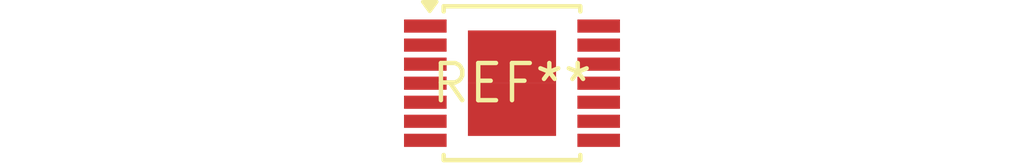
<source format=kicad_pcb>
(kicad_pcb (version 20240108) (generator pcbnew)
  (layers (0 "F.Cu" signal) (31 "B.Cu" signal) (34 "B.Paste" user) (35 "F.Paste" user) (36 "B.SilkS" user "B.Silkscreen") (37 "F.SilkS" user "F.Silkscreen") (38 "B.Mask" user) (39 "F.Mask" user) (44 "Edge.Cuts" user))
  (net 0 "")
  (footprint "TSSOP-14-1EP_4.4x5mm_P0.65mm" (layer "F.Cu") (at 0 0)
    (property "Reference" "REF**")
    (property "Value" "TSSOP-14-1EP_4.4x5mm_P0.65mm")
    (fp_line (start -2.325 -2.625) (end -2.325 -2.45) (layer "F.SilkS") (stroke (width 0.15)))
    (fp_line (start -2.325 -2.625) (end 2.325 -2.625) (layer "F.SilkS") (stroke (width 0.15)))
    (fp_line (start -2.325 2.625) (end -2.325 2.45) (layer "F.SilkS") (stroke (width 0.15)))
    (fp_line (start -2.325 2.625) (end 2.325 2.625) (layer "F.SilkS") (stroke (width 0.15)))
    (fp_line (start 2.325 -2.625) (end 2.325 -2.45) (layer "F.SilkS") (stroke (width 0.15)))
    (fp_line (start 2.325 2.625) (end 2.325 2.45) (layer "F.SilkS") (stroke (width 0.15)))
    (fp_poly (pts (xy -2.8 -2.45) (xy -3.04 -2.78) (xy -2.56 -2.78) (xy -2.8 -2.45)) (layer "F.SilkS") (stroke (width 0.12)) (fill solid))
    (pad "1" smd rect (at -2.95 -1.95) (size 1.45 0.45) (layers "F.Cu" "F.Paste" "F.Mask"))
    (pad "2" smd rect (at -2.95 -1.3) (size 1.45 0.45) (layers "F.Cu" "F.Paste" "F.Mask"))
    (pad "3" smd rect (at -2.95 -0.65) (size 1.45 0.45) (layers "F.Cu" "F.Paste" "F.Mask"))
    (pad "4" smd rect (at -2.95 0) (size 1.45 0.45) (layers "F.Cu" "F.Paste" "F.Mask"))
    (pad "5" smd rect (at -2.95 0.65) (size 1.45 0.45) (layers "F.Cu" "F.Paste" "F.Mask"))
    (pad "6" smd rect (at -2.95 1.3) (size 1.45 0.45) (layers "F.Cu" "F.Paste" "F.Mask"))
    (pad "7" smd rect (at -2.95 1.95) (size 1.45 0.45) (layers "F.Cu" "F.Paste" "F.Mask"))
    (pad "8" smd rect (at 2.95 1.95) (size 1.45 0.45) (layers "F.Cu" "F.Paste" "F.Mask"))
    (pad "9" smd rect (at 2.95 1.3) (size 1.45 0.45) (layers "F.Cu" "F.Paste" "F.Mask"))
    (pad "10" smd rect (at 2.95 0.65) (size 1.45 0.45) (layers "F.Cu" "F.Paste" "F.Mask"))
    (pad "11" smd rect (at 2.95 0) (size 1.45 0.45) (layers "F.Cu" "F.Paste" "F.Mask"))
    (pad "12" smd rect (at 2.95 -0.65) (size 1.45 0.45) (layers "F.Cu" "F.Paste" "F.Mask"))
    (pad "13" smd rect (at 2.95 -1.3) (size 1.45 0.45) (layers "F.Cu" "F.Paste" "F.Mask"))
    (pad "14" smd rect (at 2.95 -1.95) (size 1.45 0.45) (layers "F.Cu" "F.Paste" "F.Mask"))
    (pad "15" smd rect (at -0.75 -0.9) (size 1.5 1.8) (layers "F.Cu" "F.Paste" "F.Mask"))
    (pad "15" smd rect (at -0.75 0.9) (size 1.5 1.8) (layers "F.Cu" "F.Paste" "F.Mask"))
    (pad "15" smd rect (at 0.75 -0.9) (size 1.5 1.8) (layers "F.Cu" "F.Paste" "F.Mask"))
    (pad "15" smd rect (at 0.75 0.9) (size 1.5 1.8) (layers "F.Cu" "F.Paste" "F.Mask"))
  )
)
</source>
